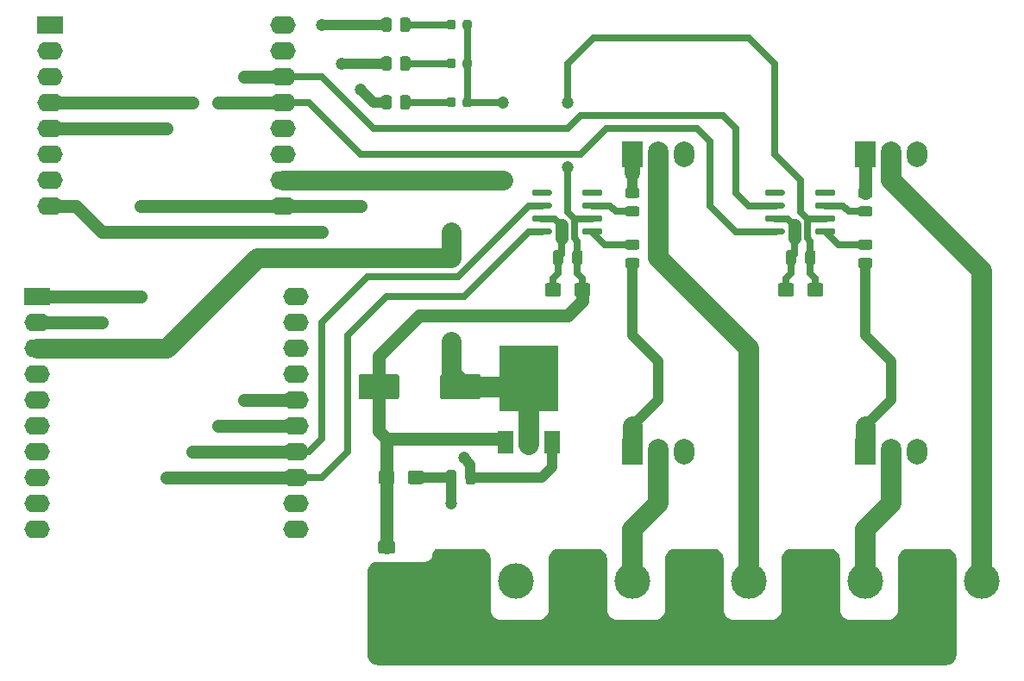
<source format=gbr>
G04 #@! TF.GenerationSoftware,KiCad,Pcbnew,(5.1.10)-1*
G04 #@! TF.CreationDate,2021-10-04T13:56:36-03:00*
G04 #@! TF.ProjectId,ESP-pwm_4ch,4553502d-7077-46d5-9f34-63682e6b6963,rev?*
G04 #@! TF.SameCoordinates,Original*
G04 #@! TF.FileFunction,Copper,L1,Top*
G04 #@! TF.FilePolarity,Positive*
%FSLAX46Y46*%
G04 Gerber Fmt 4.6, Leading zero omitted, Abs format (unit mm)*
G04 Created by KiCad (PCBNEW (5.1.10)-1) date 2021-10-04 13:56:36*
%MOMM*%
%LPD*%
G01*
G04 APERTURE LIST*
G04 #@! TA.AperFunction,SMDPad,CuDef*
%ADD10R,1.600000X2.200000*%
G04 #@! TD*
G04 #@! TA.AperFunction,SMDPad,CuDef*
%ADD11R,5.800000X6.400000*%
G04 #@! TD*
G04 #@! TA.AperFunction,ComponentPad*
%ADD12O,2.500000X1.750000*%
G04 #@! TD*
G04 #@! TA.AperFunction,ComponentPad*
%ADD13R,2.500000X1.750000*%
G04 #@! TD*
G04 #@! TA.AperFunction,ComponentPad*
%ADD14R,3.500000X3.500000*%
G04 #@! TD*
G04 #@! TA.AperFunction,ComponentPad*
%ADD15C,3.500000*%
G04 #@! TD*
G04 #@! TA.AperFunction,ComponentPad*
%ADD16R,2.000000X2.500000*%
G04 #@! TD*
G04 #@! TA.AperFunction,ComponentPad*
%ADD17O,2.000000X2.500000*%
G04 #@! TD*
G04 #@! TA.AperFunction,ViaPad*
%ADD18C,1.200000*%
G04 #@! TD*
G04 #@! TA.AperFunction,Conductor*
%ADD19C,0.635000*%
G04 #@! TD*
G04 #@! TA.AperFunction,Conductor*
%ADD20C,1.016000*%
G04 #@! TD*
G04 #@! TA.AperFunction,Conductor*
%ADD21C,1.270000*%
G04 #@! TD*
G04 #@! TA.AperFunction,Conductor*
%ADD22C,1.905000*%
G04 #@! TD*
G04 #@! TA.AperFunction,Conductor*
%ADD23C,2.032000*%
G04 #@! TD*
G04 #@! TA.AperFunction,Conductor*
%ADD24C,3.810000*%
G04 #@! TD*
G04 #@! TA.AperFunction,Conductor*
%ADD25C,1.524000*%
G04 #@! TD*
G04 #@! TA.AperFunction,Conductor*
%ADD26C,0.254000*%
G04 #@! TD*
G04 #@! TA.AperFunction,Conductor*
%ADD27C,0.100000*%
G04 #@! TD*
G04 APERTURE END LIST*
G04 #@! TO.P,C3,1*
G04 #@! TO.N,+5V*
G04 #@! TA.AperFunction,SMDPad,CuDef*
G36*
G01*
X111620000Y-111285000D02*
X111620000Y-112235000D01*
G75*
G02*
X111370000Y-112485000I-250000J0D01*
G01*
X110870000Y-112485000D01*
G75*
G02*
X110620000Y-112235000I0J250000D01*
G01*
X110620000Y-111285000D01*
G75*
G02*
X110870000Y-111035000I250000J0D01*
G01*
X111370000Y-111035000D01*
G75*
G02*
X111620000Y-111285000I0J-250000D01*
G01*
G37*
G04 #@! TD.AperFunction*
G04 #@! TO.P,C3,2*
G04 #@! TO.N,GNDREF*
G04 #@! TA.AperFunction,SMDPad,CuDef*
G36*
G01*
X109720000Y-111285000D02*
X109720000Y-112235000D01*
G75*
G02*
X109470000Y-112485000I-250000J0D01*
G01*
X108970000Y-112485000D01*
G75*
G02*
X108720000Y-112235000I0J250000D01*
G01*
X108720000Y-111285000D01*
G75*
G02*
X108970000Y-111035000I250000J0D01*
G01*
X109470000Y-111035000D01*
G75*
G02*
X109720000Y-111285000I0J-250000D01*
G01*
G37*
G04 #@! TD.AperFunction*
G04 #@! TD*
G04 #@! TO.P,C6,1*
G04 #@! TO.N,+12VA*
G04 #@! TA.AperFunction,SMDPad,CuDef*
G36*
G01*
X144960000Y-89695000D02*
X144960000Y-90645000D01*
G75*
G02*
X144710000Y-90895000I-250000J0D01*
G01*
X144210000Y-90895000D01*
G75*
G02*
X143960000Y-90645000I0J250000D01*
G01*
X143960000Y-89695000D01*
G75*
G02*
X144210000Y-89445000I250000J0D01*
G01*
X144710000Y-89445000D01*
G75*
G02*
X144960000Y-89695000I0J-250000D01*
G01*
G37*
G04 #@! TD.AperFunction*
G04 #@! TO.P,C6,2*
G04 #@! TO.N,GNDREF*
G04 #@! TA.AperFunction,SMDPad,CuDef*
G36*
G01*
X143060000Y-89695000D02*
X143060000Y-90645000D01*
G75*
G02*
X142810000Y-90895000I-250000J0D01*
G01*
X142310000Y-90895000D01*
G75*
G02*
X142060000Y-90645000I0J250000D01*
G01*
X142060000Y-89695000D01*
G75*
G02*
X142310000Y-89445000I250000J0D01*
G01*
X142810000Y-89445000D01*
G75*
G02*
X143060000Y-89695000I0J-250000D01*
G01*
G37*
G04 #@! TD.AperFunction*
G04 #@! TD*
G04 #@! TO.P,C4,1*
G04 #@! TO.N,+12VA*
G04 #@! TA.AperFunction,SMDPad,CuDef*
G36*
G01*
X122100000Y-89695000D02*
X122100000Y-90645000D01*
G75*
G02*
X121850000Y-90895000I-250000J0D01*
G01*
X121350000Y-90895000D01*
G75*
G02*
X121100000Y-90645000I0J250000D01*
G01*
X121100000Y-89695000D01*
G75*
G02*
X121350000Y-89445000I250000J0D01*
G01*
X121850000Y-89445000D01*
G75*
G02*
X122100000Y-89695000I0J-250000D01*
G01*
G37*
G04 #@! TD.AperFunction*
G04 #@! TO.P,C4,2*
G04 #@! TO.N,GNDREF*
G04 #@! TA.AperFunction,SMDPad,CuDef*
G36*
G01*
X120200000Y-89695000D02*
X120200000Y-90645000D01*
G75*
G02*
X119950000Y-90895000I-250000J0D01*
G01*
X119450000Y-90895000D01*
G75*
G02*
X119200000Y-90645000I0J250000D01*
G01*
X119200000Y-89695000D01*
G75*
G02*
X119450000Y-89445000I250000J0D01*
G01*
X119950000Y-89445000D01*
G75*
G02*
X120200000Y-89695000I0J-250000D01*
G01*
G37*
G04 #@! TD.AperFunction*
G04 #@! TD*
G04 #@! TO.P,R7,1*
G04 #@! TO.N,Net-(Q4-Pad1)*
G04 #@! TA.AperFunction,SMDPad,CuDef*
G36*
G01*
X149409999Y-83307500D02*
X150310001Y-83307500D01*
G75*
G02*
X150560000Y-83557499I0J-249999D01*
G01*
X150560000Y-84082501D01*
G75*
G02*
X150310001Y-84332500I-249999J0D01*
G01*
X149409999Y-84332500D01*
G75*
G02*
X149160000Y-84082501I0J249999D01*
G01*
X149160000Y-83557499D01*
G75*
G02*
X149409999Y-83307500I249999J0D01*
G01*
G37*
G04 #@! TD.AperFunction*
G04 #@! TO.P,R7,2*
G04 #@! TO.N,Net-(R7-Pad2)*
G04 #@! TA.AperFunction,SMDPad,CuDef*
G36*
G01*
X149409999Y-85132500D02*
X150310001Y-85132500D01*
G75*
G02*
X150560000Y-85382499I0J-249999D01*
G01*
X150560000Y-85907501D01*
G75*
G02*
X150310001Y-86157500I-249999J0D01*
G01*
X149409999Y-86157500D01*
G75*
G02*
X149160000Y-85907501I0J249999D01*
G01*
X149160000Y-85382499D01*
G75*
G02*
X149409999Y-85132500I249999J0D01*
G01*
G37*
G04 #@! TD.AperFunction*
G04 #@! TD*
G04 #@! TO.P,R5,1*
G04 #@! TO.N,Net-(Q2-Pad1)*
G04 #@! TA.AperFunction,SMDPad,CuDef*
G36*
G01*
X126549999Y-83307500D02*
X127450001Y-83307500D01*
G75*
G02*
X127700000Y-83557499I0J-249999D01*
G01*
X127700000Y-84082501D01*
G75*
G02*
X127450001Y-84332500I-249999J0D01*
G01*
X126549999Y-84332500D01*
G75*
G02*
X126300000Y-84082501I0J249999D01*
G01*
X126300000Y-83557499D01*
G75*
G02*
X126549999Y-83307500I249999J0D01*
G01*
G37*
G04 #@! TD.AperFunction*
G04 #@! TO.P,R5,2*
G04 #@! TO.N,Net-(R5-Pad2)*
G04 #@! TA.AperFunction,SMDPad,CuDef*
G36*
G01*
X126549999Y-85132500D02*
X127450001Y-85132500D01*
G75*
G02*
X127700000Y-85382499I0J-249999D01*
G01*
X127700000Y-85907501D01*
G75*
G02*
X127450001Y-86157500I-249999J0D01*
G01*
X126549999Y-86157500D01*
G75*
G02*
X126300000Y-85907501I0J249999D01*
G01*
X126300000Y-85382499D01*
G75*
G02*
X126549999Y-85132500I249999J0D01*
G01*
G37*
G04 #@! TD.AperFunction*
G04 #@! TD*
G04 #@! TO.P,R6,1*
G04 #@! TO.N,Net-(Q3-Pad1)*
G04 #@! TA.AperFunction,SMDPad,CuDef*
G36*
G01*
X150310001Y-91237500D02*
X149409999Y-91237500D01*
G75*
G02*
X149160000Y-90987501I0J249999D01*
G01*
X149160000Y-90462499D01*
G75*
G02*
X149409999Y-90212500I249999J0D01*
G01*
X150310001Y-90212500D01*
G75*
G02*
X150560000Y-90462499I0J-249999D01*
G01*
X150560000Y-90987501D01*
G75*
G02*
X150310001Y-91237500I-249999J0D01*
G01*
G37*
G04 #@! TD.AperFunction*
G04 #@! TO.P,R6,2*
G04 #@! TO.N,Net-(R6-Pad2)*
G04 #@! TA.AperFunction,SMDPad,CuDef*
G36*
G01*
X150310001Y-89412500D02*
X149409999Y-89412500D01*
G75*
G02*
X149160000Y-89162501I0J249999D01*
G01*
X149160000Y-88637499D01*
G75*
G02*
X149409999Y-88387500I249999J0D01*
G01*
X150310001Y-88387500D01*
G75*
G02*
X150560000Y-88637499I0J-249999D01*
G01*
X150560000Y-89162501D01*
G75*
G02*
X150310001Y-89412500I-249999J0D01*
G01*
G37*
G04 #@! TD.AperFunction*
G04 #@! TD*
G04 #@! TO.P,R4,1*
G04 #@! TO.N,Net-(Q1-Pad1)*
G04 #@! TA.AperFunction,SMDPad,CuDef*
G36*
G01*
X127450001Y-91237500D02*
X126549999Y-91237500D01*
G75*
G02*
X126300000Y-90987501I0J249999D01*
G01*
X126300000Y-90462499D01*
G75*
G02*
X126549999Y-90212500I249999J0D01*
G01*
X127450001Y-90212500D01*
G75*
G02*
X127700000Y-90462499I0J-249999D01*
G01*
X127700000Y-90987501D01*
G75*
G02*
X127450001Y-91237500I-249999J0D01*
G01*
G37*
G04 #@! TD.AperFunction*
G04 #@! TO.P,R4,2*
G04 #@! TO.N,Net-(R4-Pad2)*
G04 #@! TA.AperFunction,SMDPad,CuDef*
G36*
G01*
X127450001Y-89412500D02*
X126549999Y-89412500D01*
G75*
G02*
X126300000Y-89162501I0J249999D01*
G01*
X126300000Y-88637499D01*
G75*
G02*
X126549999Y-88387500I249999J0D01*
G01*
X127450001Y-88387500D01*
G75*
G02*
X127700000Y-88637499I0J-249999D01*
G01*
X127700000Y-89162501D01*
G75*
G02*
X127450001Y-89412500I-249999J0D01*
G01*
G37*
G04 #@! TD.AperFunction*
G04 #@! TD*
G04 #@! TO.P,D1,2*
G04 #@! TO.N,+12V*
G04 #@! TA.AperFunction,SMDPad,CuDef*
G36*
G01*
X102320000Y-121270000D02*
X103420000Y-121270000D01*
G75*
G02*
X103745000Y-121595000I0J-325000D01*
G01*
X103745000Y-122245000D01*
G75*
G02*
X103420000Y-122570000I-325000J0D01*
G01*
X102320000Y-122570000D01*
G75*
G02*
X101995000Y-122245000I0J325000D01*
G01*
X101995000Y-121595000D01*
G75*
G02*
X102320000Y-121270000I325000J0D01*
G01*
G37*
G04 #@! TD.AperFunction*
G04 #@! TO.P,D1,1*
G04 #@! TO.N,+12VA*
G04 #@! TA.AperFunction,SMDPad,CuDef*
G36*
G01*
X102320000Y-117970000D02*
X103420000Y-117970000D01*
G75*
G02*
X103745000Y-118295000I0J-325000D01*
G01*
X103745000Y-118945000D01*
G75*
G02*
X103420000Y-119270000I-325000J0D01*
G01*
X102320000Y-119270000D01*
G75*
G02*
X101995000Y-118945000I0J325000D01*
G01*
X101995000Y-118295000D01*
G75*
G02*
X102320000Y-117970000I325000J0D01*
G01*
G37*
G04 #@! TD.AperFunction*
G04 #@! TD*
G04 #@! TO.P,D4,2*
G04 #@! TO.N,Net-(D4-Pad2)*
G04 #@! TA.AperFunction,SMDPad,CuDef*
G36*
G01*
X109657500Y-70863750D02*
X109657500Y-71376250D01*
G75*
G02*
X109438750Y-71595000I-218750J0D01*
G01*
X109001250Y-71595000D01*
G75*
G02*
X108782500Y-71376250I0J218750D01*
G01*
X108782500Y-70863750D01*
G75*
G02*
X109001250Y-70645000I218750J0D01*
G01*
X109438750Y-70645000D01*
G75*
G02*
X109657500Y-70863750I0J-218750D01*
G01*
G37*
G04 #@! TD.AperFunction*
G04 #@! TO.P,D4,1*
G04 #@! TO.N,GNDREF*
G04 #@! TA.AperFunction,SMDPad,CuDef*
G36*
G01*
X111232500Y-70863750D02*
X111232500Y-71376250D01*
G75*
G02*
X111013750Y-71595000I-218750J0D01*
G01*
X110576250Y-71595000D01*
G75*
G02*
X110357500Y-71376250I0J218750D01*
G01*
X110357500Y-70863750D01*
G75*
G02*
X110576250Y-70645000I218750J0D01*
G01*
X111013750Y-70645000D01*
G75*
G02*
X111232500Y-70863750I0J-218750D01*
G01*
G37*
G04 #@! TD.AperFunction*
G04 #@! TD*
G04 #@! TO.P,D3,2*
G04 #@! TO.N,Net-(D3-Pad2)*
G04 #@! TA.AperFunction,SMDPad,CuDef*
G36*
G01*
X109657500Y-74673750D02*
X109657500Y-75186250D01*
G75*
G02*
X109438750Y-75405000I-218750J0D01*
G01*
X109001250Y-75405000D01*
G75*
G02*
X108782500Y-75186250I0J218750D01*
G01*
X108782500Y-74673750D01*
G75*
G02*
X109001250Y-74455000I218750J0D01*
G01*
X109438750Y-74455000D01*
G75*
G02*
X109657500Y-74673750I0J-218750D01*
G01*
G37*
G04 #@! TD.AperFunction*
G04 #@! TO.P,D3,1*
G04 #@! TO.N,GNDREF*
G04 #@! TA.AperFunction,SMDPad,CuDef*
G36*
G01*
X111232500Y-74673750D02*
X111232500Y-75186250D01*
G75*
G02*
X111013750Y-75405000I-218750J0D01*
G01*
X110576250Y-75405000D01*
G75*
G02*
X110357500Y-75186250I0J218750D01*
G01*
X110357500Y-74673750D01*
G75*
G02*
X110576250Y-74455000I218750J0D01*
G01*
X111013750Y-74455000D01*
G75*
G02*
X111232500Y-74673750I0J-218750D01*
G01*
G37*
G04 #@! TD.AperFunction*
G04 #@! TD*
G04 #@! TO.P,D2,2*
G04 #@! TO.N,Net-(D2-Pad2)*
G04 #@! TA.AperFunction,SMDPad,CuDef*
G36*
G01*
X109657500Y-67053750D02*
X109657500Y-67566250D01*
G75*
G02*
X109438750Y-67785000I-218750J0D01*
G01*
X109001250Y-67785000D01*
G75*
G02*
X108782500Y-67566250I0J218750D01*
G01*
X108782500Y-67053750D01*
G75*
G02*
X109001250Y-66835000I218750J0D01*
G01*
X109438750Y-66835000D01*
G75*
G02*
X109657500Y-67053750I0J-218750D01*
G01*
G37*
G04 #@! TD.AperFunction*
G04 #@! TO.P,D2,1*
G04 #@! TO.N,GNDREF*
G04 #@! TA.AperFunction,SMDPad,CuDef*
G36*
G01*
X111232500Y-67053750D02*
X111232500Y-67566250D01*
G75*
G02*
X111013750Y-67785000I-218750J0D01*
G01*
X110576250Y-67785000D01*
G75*
G02*
X110357500Y-67566250I0J218750D01*
G01*
X110357500Y-67053750D01*
G75*
G02*
X110576250Y-66835000I218750J0D01*
G01*
X111013750Y-66835000D01*
G75*
G02*
X111232500Y-67053750I0J-218750D01*
G01*
G37*
G04 #@! TD.AperFunction*
G04 #@! TD*
G04 #@! TO.P,R3,1*
G04 #@! TO.N,+3V3*
G04 #@! TA.AperFunction,SMDPad,CuDef*
G36*
G01*
X102357500Y-67760001D02*
X102357500Y-66859999D01*
G75*
G02*
X102607499Y-66610000I249999J0D01*
G01*
X103132501Y-66610000D01*
G75*
G02*
X103382500Y-66859999I0J-249999D01*
G01*
X103382500Y-67760001D01*
G75*
G02*
X103132501Y-68010000I-249999J0D01*
G01*
X102607499Y-68010000D01*
G75*
G02*
X102357500Y-67760001I0J249999D01*
G01*
G37*
G04 #@! TD.AperFunction*
G04 #@! TO.P,R3,2*
G04 #@! TO.N,Net-(D2-Pad2)*
G04 #@! TA.AperFunction,SMDPad,CuDef*
G36*
G01*
X104182500Y-67760001D02*
X104182500Y-66859999D01*
G75*
G02*
X104432499Y-66610000I249999J0D01*
G01*
X104957501Y-66610000D01*
G75*
G02*
X105207500Y-66859999I0J-249999D01*
G01*
X105207500Y-67760001D01*
G75*
G02*
X104957501Y-68010000I-249999J0D01*
G01*
X104432499Y-68010000D01*
G75*
G02*
X104182500Y-67760001I0J249999D01*
G01*
G37*
G04 #@! TD.AperFunction*
G04 #@! TD*
G04 #@! TO.P,R2,1*
G04 #@! TO.N,+5V*
G04 #@! TA.AperFunction,SMDPad,CuDef*
G36*
G01*
X102357500Y-71570001D02*
X102357500Y-70669999D01*
G75*
G02*
X102607499Y-70420000I249999J0D01*
G01*
X103132501Y-70420000D01*
G75*
G02*
X103382500Y-70669999I0J-249999D01*
G01*
X103382500Y-71570001D01*
G75*
G02*
X103132501Y-71820000I-249999J0D01*
G01*
X102607499Y-71820000D01*
G75*
G02*
X102357500Y-71570001I0J249999D01*
G01*
G37*
G04 #@! TD.AperFunction*
G04 #@! TO.P,R2,2*
G04 #@! TO.N,Net-(D4-Pad2)*
G04 #@! TA.AperFunction,SMDPad,CuDef*
G36*
G01*
X104182500Y-71570001D02*
X104182500Y-70669999D01*
G75*
G02*
X104432499Y-70420000I249999J0D01*
G01*
X104957501Y-70420000D01*
G75*
G02*
X105207500Y-70669999I0J-249999D01*
G01*
X105207500Y-71570001D01*
G75*
G02*
X104957501Y-71820000I-249999J0D01*
G01*
X104432499Y-71820000D01*
G75*
G02*
X104182500Y-71570001I0J249999D01*
G01*
G37*
G04 #@! TD.AperFunction*
G04 #@! TD*
G04 #@! TO.P,R1,1*
G04 #@! TO.N,+12VA*
G04 #@! TA.AperFunction,SMDPad,CuDef*
G36*
G01*
X102357500Y-75380001D02*
X102357500Y-74479999D01*
G75*
G02*
X102607499Y-74230000I249999J0D01*
G01*
X103132501Y-74230000D01*
G75*
G02*
X103382500Y-74479999I0J-249999D01*
G01*
X103382500Y-75380001D01*
G75*
G02*
X103132501Y-75630000I-249999J0D01*
G01*
X102607499Y-75630000D01*
G75*
G02*
X102357500Y-75380001I0J249999D01*
G01*
G37*
G04 #@! TD.AperFunction*
G04 #@! TO.P,R1,2*
G04 #@! TO.N,Net-(D3-Pad2)*
G04 #@! TA.AperFunction,SMDPad,CuDef*
G36*
G01*
X104182500Y-75380001D02*
X104182500Y-74479999D01*
G75*
G02*
X104432499Y-74230000I249999J0D01*
G01*
X104957501Y-74230000D01*
G75*
G02*
X105207500Y-74479999I0J-249999D01*
G01*
X105207500Y-75380001D01*
G75*
G02*
X104957501Y-75630000I-249999J0D01*
G01*
X104432499Y-75630000D01*
G75*
G02*
X104182500Y-75380001I0J249999D01*
G01*
G37*
G04 #@! TD.AperFunction*
G04 #@! TD*
D10*
G04 #@! TO.P,U1,1*
G04 #@! TO.N,+12VA*
X114560000Y-108340000D03*
G04 #@! TO.P,U1,3*
G04 #@! TO.N,+5V*
X119120000Y-108340000D03*
D11*
G04 #@! TO.P,U1,2*
G04 #@! TO.N,GNDREF*
X116840000Y-102040000D03*
G04 #@! TD*
G04 #@! TO.P,C7,2*
G04 #@! TO.N,GNDREF*
G04 #@! TA.AperFunction,SMDPad,CuDef*
G36*
G01*
X142860000Y-92919999D02*
X142860000Y-93770001D01*
G75*
G02*
X142610001Y-94020000I-249999J0D01*
G01*
X141534999Y-94020000D01*
G75*
G02*
X141285000Y-93770001I0J249999D01*
G01*
X141285000Y-92919999D01*
G75*
G02*
X141534999Y-92670000I249999J0D01*
G01*
X142610001Y-92670000D01*
G75*
G02*
X142860000Y-92919999I0J-249999D01*
G01*
G37*
G04 #@! TD.AperFunction*
G04 #@! TO.P,C7,1*
G04 #@! TO.N,+12VA*
G04 #@! TA.AperFunction,SMDPad,CuDef*
G36*
G01*
X145735000Y-92919999D02*
X145735000Y-93770001D01*
G75*
G02*
X145485001Y-94020000I-249999J0D01*
G01*
X144409999Y-94020000D01*
G75*
G02*
X144160000Y-93770001I0J249999D01*
G01*
X144160000Y-92919999D01*
G75*
G02*
X144409999Y-92670000I249999J0D01*
G01*
X145485001Y-92670000D01*
G75*
G02*
X145735000Y-92919999I0J-249999D01*
G01*
G37*
G04 #@! TD.AperFunction*
G04 #@! TD*
G04 #@! TO.P,C5,2*
G04 #@! TO.N,GNDREF*
G04 #@! TA.AperFunction,SMDPad,CuDef*
G36*
G01*
X120000000Y-92919999D02*
X120000000Y-93770001D01*
G75*
G02*
X119750001Y-94020000I-249999J0D01*
G01*
X118674999Y-94020000D01*
G75*
G02*
X118425000Y-93770001I0J249999D01*
G01*
X118425000Y-92919999D01*
G75*
G02*
X118674999Y-92670000I249999J0D01*
G01*
X119750001Y-92670000D01*
G75*
G02*
X120000000Y-92919999I0J-249999D01*
G01*
G37*
G04 #@! TD.AperFunction*
G04 #@! TO.P,C5,1*
G04 #@! TO.N,+12VA*
G04 #@! TA.AperFunction,SMDPad,CuDef*
G36*
G01*
X122875000Y-92919999D02*
X122875000Y-93770001D01*
G75*
G02*
X122625001Y-94020000I-249999J0D01*
G01*
X121549999Y-94020000D01*
G75*
G02*
X121300000Y-93770001I0J249999D01*
G01*
X121300000Y-92919999D01*
G75*
G02*
X121549999Y-92670000I249999J0D01*
G01*
X122625001Y-92670000D01*
G75*
G02*
X122875000Y-92919999I0J-249999D01*
G01*
G37*
G04 #@! TD.AperFunction*
G04 #@! TD*
G04 #@! TO.P,C1,2*
G04 #@! TO.N,GNDREF*
G04 #@! TA.AperFunction,SMDPad,CuDef*
G36*
G01*
X108120000Y-103870000D02*
X108120000Y-101870000D01*
G75*
G02*
X108370000Y-101620000I250000J0D01*
G01*
X111870000Y-101620000D01*
G75*
G02*
X112120000Y-101870000I0J-250000D01*
G01*
X112120000Y-103870000D01*
G75*
G02*
X111870000Y-104120000I-250000J0D01*
G01*
X108370000Y-104120000D01*
G75*
G02*
X108120000Y-103870000I0J250000D01*
G01*
G37*
G04 #@! TD.AperFunction*
G04 #@! TO.P,C1,1*
G04 #@! TO.N,+12VA*
G04 #@! TA.AperFunction,SMDPad,CuDef*
G36*
G01*
X100120000Y-103870000D02*
X100120000Y-101870000D01*
G75*
G02*
X100370000Y-101620000I250000J0D01*
G01*
X103870000Y-101620000D01*
G75*
G02*
X104120000Y-101870000I0J-250000D01*
G01*
X104120000Y-103870000D01*
G75*
G02*
X103870000Y-104120000I-250000J0D01*
G01*
X100370000Y-104120000D01*
G75*
G02*
X100120000Y-103870000I0J250000D01*
G01*
G37*
G04 #@! TD.AperFunction*
G04 #@! TD*
D12*
G04 #@! TO.P,U2,16*
G04 #@! TO.N,Net-(U2-Pad16)*
X92710000Y-67310000D03*
G04 #@! TO.P,U2,15*
G04 #@! TO.N,Net-(U2-Pad15)*
X92710000Y-69850000D03*
G04 #@! TO.P,U2,14*
G04 #@! TO.N,Net-(U2-Pad14)*
X92710000Y-72390000D03*
G04 #@! TO.P,U2,13*
G04 #@! TO.N,Net-(U2-Pad13)*
X92710000Y-74930000D03*
G04 #@! TO.P,U2,12*
G04 #@! TO.N,Net-(U2-Pad12)*
X92710000Y-77470000D03*
G04 #@! TO.P,U2,11*
G04 #@! TO.N,Net-(U2-Pad11)*
X92710000Y-80010000D03*
G04 #@! TO.P,U2,10*
G04 #@! TO.N,GNDREF*
X92710000Y-82550000D03*
G04 #@! TO.P,U2,9*
G04 #@! TO.N,+5V*
X92710000Y-85090000D03*
G04 #@! TO.P,U2,8*
G04 #@! TO.N,+3V3*
X69850000Y-85090000D03*
G04 #@! TO.P,U2,7*
G04 #@! TO.N,Net-(U2-Pad7)*
X69850000Y-82550000D03*
G04 #@! TO.P,U2,6*
G04 #@! TO.N,Net-(U2-Pad6)*
X69850000Y-80010000D03*
G04 #@! TO.P,U2,5*
G04 #@! TO.N,Net-(U2-Pad5)*
X69850000Y-77470000D03*
G04 #@! TO.P,U2,4*
G04 #@! TO.N,Net-(U2-Pad4)*
X69850000Y-74930000D03*
G04 #@! TO.P,U2,3*
G04 #@! TO.N,Net-(U2-Pad3)*
X69850000Y-72390000D03*
D13*
G04 #@! TO.P,U2,1*
G04 #@! TO.N,Net-(U2-Pad1)*
X69850000Y-67310000D03*
D12*
G04 #@! TO.P,U2,2*
G04 #@! TO.N,Net-(U2-Pad2)*
X69850000Y-69850000D03*
G04 #@! TD*
G04 #@! TO.P,U3,17*
G04 #@! TO.N,Net-(U3-Pad17)*
X93980000Y-101600000D03*
G04 #@! TO.P,U3,18*
G04 #@! TO.N,Net-(U3-Pad18)*
X93980000Y-99060000D03*
G04 #@! TO.P,U3,10*
G04 #@! TO.N,Net-(U3-Pad10)*
X68580000Y-116840000D03*
G04 #@! TO.P,U3,9*
G04 #@! TO.N,Net-(U3-Pad9)*
X68580000Y-114300000D03*
G04 #@! TO.P,U3,16*
G04 #@! TO.N,Net-(U2-Pad14)*
X93980000Y-104140000D03*
G04 #@! TO.P,U3,15*
G04 #@! TO.N,Net-(U2-Pad13)*
X93980000Y-106680000D03*
G04 #@! TO.P,U3,14*
G04 #@! TO.N,Net-(U2-Pad4)*
X93980000Y-109220000D03*
G04 #@! TO.P,U3,13*
G04 #@! TO.N,Net-(U2-Pad5)*
X93980000Y-111760000D03*
G04 #@! TO.P,U3,12*
G04 #@! TO.N,Net-(U3-Pad12)*
X93980000Y-114300000D03*
G04 #@! TO.P,U3,11*
G04 #@! TO.N,Net-(U3-Pad11)*
X93980000Y-116840000D03*
G04 #@! TO.P,U3,20*
G04 #@! TO.N,Net-(U3-Pad20)*
X93980000Y-93980000D03*
G04 #@! TO.P,U3,19*
G04 #@! TO.N,Net-(U3-Pad19)*
X93980000Y-96520000D03*
G04 #@! TO.P,U3,8*
G04 #@! TO.N,Net-(U3-Pad8)*
X68580000Y-111760000D03*
G04 #@! TO.P,U3,7*
G04 #@! TO.N,Net-(U3-Pad7)*
X68580000Y-109220000D03*
G04 #@! TO.P,U3,6*
G04 #@! TO.N,Net-(U3-Pad6)*
X68580000Y-106680000D03*
G04 #@! TO.P,U3,5*
G04 #@! TO.N,Net-(U3-Pad5)*
X68580000Y-104140000D03*
G04 #@! TO.P,U3,4*
G04 #@! TO.N,Net-(U3-Pad4)*
X68580000Y-101600000D03*
G04 #@! TO.P,U3,3*
G04 #@! TO.N,GNDREF*
X68580000Y-99060000D03*
D13*
G04 #@! TO.P,U3,1*
G04 #@! TO.N,+5V*
X68580000Y-93980000D03*
D12*
G04 #@! TO.P,U3,2*
G04 #@! TO.N,+3V3*
X68580000Y-96520000D03*
G04 #@! TD*
D14*
G04 #@! TO.P,J1,1*
G04 #@! TO.N,+12V*
X110490000Y-121920000D03*
D15*
G04 #@! TO.P,J1,2*
G04 #@! TO.N,GNDREF*
X115570000Y-121920000D03*
G04 #@! TD*
D14*
G04 #@! TO.P,J2,1*
G04 #@! TO.N,+12V*
X121920000Y-121920000D03*
D15*
G04 #@! TO.P,J2,2*
G04 #@! TO.N,Net-(J2-Pad2)*
X127000000Y-121920000D03*
G04 #@! TD*
G04 #@! TO.P,J3,2*
G04 #@! TO.N,Net-(J3-Pad2)*
X138430000Y-121920000D03*
D14*
G04 #@! TO.P,J3,1*
G04 #@! TO.N,+12V*
X133350000Y-121920000D03*
G04 #@! TD*
G04 #@! TO.P,J4,1*
G04 #@! TO.N,+12V*
X144780000Y-121920000D03*
D15*
G04 #@! TO.P,J4,2*
G04 #@! TO.N,Net-(J4-Pad2)*
X149860000Y-121920000D03*
G04 #@! TD*
G04 #@! TO.P,J5,2*
G04 #@! TO.N,Net-(J5-Pad2)*
X161290000Y-121920000D03*
D14*
G04 #@! TO.P,J5,1*
G04 #@! TO.N,+12V*
X156210000Y-121920000D03*
G04 #@! TD*
D16*
G04 #@! TO.P,Q1,1*
G04 #@! TO.N,Net-(Q1-Pad1)*
X127000000Y-109220000D03*
D17*
G04 #@! TO.P,Q1,2*
G04 #@! TO.N,Net-(J2-Pad2)*
X129540000Y-109220000D03*
G04 #@! TO.P,Q1,3*
G04 #@! TO.N,GNDREF*
X132080000Y-109220000D03*
G04 #@! TD*
G04 #@! TO.P,Q2,3*
G04 #@! TO.N,GNDREF*
X132080000Y-80010000D03*
G04 #@! TO.P,Q2,2*
G04 #@! TO.N,Net-(J3-Pad2)*
X129540000Y-80010000D03*
D16*
G04 #@! TO.P,Q2,1*
G04 #@! TO.N,Net-(Q2-Pad1)*
X127000000Y-80010000D03*
G04 #@! TD*
D17*
G04 #@! TO.P,Q3,3*
G04 #@! TO.N,GNDREF*
X154940000Y-109220000D03*
G04 #@! TO.P,Q3,2*
G04 #@! TO.N,Net-(J4-Pad2)*
X152400000Y-109220000D03*
D16*
G04 #@! TO.P,Q3,1*
G04 #@! TO.N,Net-(Q3-Pad1)*
X149860000Y-109220000D03*
G04 #@! TD*
G04 #@! TO.P,Q4,1*
G04 #@! TO.N,Net-(Q4-Pad1)*
X149860000Y-80010000D03*
D17*
G04 #@! TO.P,Q4,2*
G04 #@! TO.N,Net-(J5-Pad2)*
X152400000Y-80010000D03*
G04 #@! TO.P,Q4,3*
G04 #@! TO.N,GNDREF*
X154940000Y-80010000D03*
G04 #@! TD*
G04 #@! TO.P,U4,8*
G04 #@! TO.N,Net-(U4-Pad8)*
G04 #@! TA.AperFunction,SMDPad,CuDef*
G36*
G01*
X122085000Y-83970000D02*
X122085000Y-83670000D01*
G75*
G02*
X122235000Y-83520000I150000J0D01*
G01*
X123885000Y-83520000D01*
G75*
G02*
X124035000Y-83670000I0J-150000D01*
G01*
X124035000Y-83970000D01*
G75*
G02*
X123885000Y-84120000I-150000J0D01*
G01*
X122235000Y-84120000D01*
G75*
G02*
X122085000Y-83970000I0J150000D01*
G01*
G37*
G04 #@! TD.AperFunction*
G04 #@! TO.P,U4,7*
G04 #@! TO.N,Net-(R5-Pad2)*
G04 #@! TA.AperFunction,SMDPad,CuDef*
G36*
G01*
X122085000Y-85240000D02*
X122085000Y-84940000D01*
G75*
G02*
X122235000Y-84790000I150000J0D01*
G01*
X123885000Y-84790000D01*
G75*
G02*
X124035000Y-84940000I0J-150000D01*
G01*
X124035000Y-85240000D01*
G75*
G02*
X123885000Y-85390000I-150000J0D01*
G01*
X122235000Y-85390000D01*
G75*
G02*
X122085000Y-85240000I0J150000D01*
G01*
G37*
G04 #@! TD.AperFunction*
G04 #@! TO.P,U4,6*
G04 #@! TO.N,+12VA*
G04 #@! TA.AperFunction,SMDPad,CuDef*
G36*
G01*
X122085000Y-86510000D02*
X122085000Y-86210000D01*
G75*
G02*
X122235000Y-86060000I150000J0D01*
G01*
X123885000Y-86060000D01*
G75*
G02*
X124035000Y-86210000I0J-150000D01*
G01*
X124035000Y-86510000D01*
G75*
G02*
X123885000Y-86660000I-150000J0D01*
G01*
X122235000Y-86660000D01*
G75*
G02*
X122085000Y-86510000I0J150000D01*
G01*
G37*
G04 #@! TD.AperFunction*
G04 #@! TO.P,U4,5*
G04 #@! TO.N,Net-(R4-Pad2)*
G04 #@! TA.AperFunction,SMDPad,CuDef*
G36*
G01*
X122085000Y-87780000D02*
X122085000Y-87480000D01*
G75*
G02*
X122235000Y-87330000I150000J0D01*
G01*
X123885000Y-87330000D01*
G75*
G02*
X124035000Y-87480000I0J-150000D01*
G01*
X124035000Y-87780000D01*
G75*
G02*
X123885000Y-87930000I-150000J0D01*
G01*
X122235000Y-87930000D01*
G75*
G02*
X122085000Y-87780000I0J150000D01*
G01*
G37*
G04 #@! TD.AperFunction*
G04 #@! TO.P,U4,4*
G04 #@! TO.N,Net-(U2-Pad5)*
G04 #@! TA.AperFunction,SMDPad,CuDef*
G36*
G01*
X117135000Y-87780000D02*
X117135000Y-87480000D01*
G75*
G02*
X117285000Y-87330000I150000J0D01*
G01*
X118935000Y-87330000D01*
G75*
G02*
X119085000Y-87480000I0J-150000D01*
G01*
X119085000Y-87780000D01*
G75*
G02*
X118935000Y-87930000I-150000J0D01*
G01*
X117285000Y-87930000D01*
G75*
G02*
X117135000Y-87780000I0J150000D01*
G01*
G37*
G04 #@! TD.AperFunction*
G04 #@! TO.P,U4,3*
G04 #@! TO.N,GNDREF*
G04 #@! TA.AperFunction,SMDPad,CuDef*
G36*
G01*
X117135000Y-86510000D02*
X117135000Y-86210000D01*
G75*
G02*
X117285000Y-86060000I150000J0D01*
G01*
X118935000Y-86060000D01*
G75*
G02*
X119085000Y-86210000I0J-150000D01*
G01*
X119085000Y-86510000D01*
G75*
G02*
X118935000Y-86660000I-150000J0D01*
G01*
X117285000Y-86660000D01*
G75*
G02*
X117135000Y-86510000I0J150000D01*
G01*
G37*
G04 #@! TD.AperFunction*
G04 #@! TO.P,U4,2*
G04 #@! TO.N,Net-(U2-Pad4)*
G04 #@! TA.AperFunction,SMDPad,CuDef*
G36*
G01*
X117135000Y-85240000D02*
X117135000Y-84940000D01*
G75*
G02*
X117285000Y-84790000I150000J0D01*
G01*
X118935000Y-84790000D01*
G75*
G02*
X119085000Y-84940000I0J-150000D01*
G01*
X119085000Y-85240000D01*
G75*
G02*
X118935000Y-85390000I-150000J0D01*
G01*
X117285000Y-85390000D01*
G75*
G02*
X117135000Y-85240000I0J150000D01*
G01*
G37*
G04 #@! TD.AperFunction*
G04 #@! TO.P,U4,1*
G04 #@! TO.N,Net-(U4-Pad1)*
G04 #@! TA.AperFunction,SMDPad,CuDef*
G36*
G01*
X117135000Y-83970000D02*
X117135000Y-83670000D01*
G75*
G02*
X117285000Y-83520000I150000J0D01*
G01*
X118935000Y-83520000D01*
G75*
G02*
X119085000Y-83670000I0J-150000D01*
G01*
X119085000Y-83970000D01*
G75*
G02*
X118935000Y-84120000I-150000J0D01*
G01*
X117285000Y-84120000D01*
G75*
G02*
X117135000Y-83970000I0J150000D01*
G01*
G37*
G04 #@! TD.AperFunction*
G04 #@! TD*
G04 #@! TO.P,U5,1*
G04 #@! TO.N,Net-(U5-Pad1)*
G04 #@! TA.AperFunction,SMDPad,CuDef*
G36*
G01*
X139995000Y-83970000D02*
X139995000Y-83670000D01*
G75*
G02*
X140145000Y-83520000I150000J0D01*
G01*
X141795000Y-83520000D01*
G75*
G02*
X141945000Y-83670000I0J-150000D01*
G01*
X141945000Y-83970000D01*
G75*
G02*
X141795000Y-84120000I-150000J0D01*
G01*
X140145000Y-84120000D01*
G75*
G02*
X139995000Y-83970000I0J150000D01*
G01*
G37*
G04 #@! TD.AperFunction*
G04 #@! TO.P,U5,2*
G04 #@! TO.N,Net-(U2-Pad14)*
G04 #@! TA.AperFunction,SMDPad,CuDef*
G36*
G01*
X139995000Y-85240000D02*
X139995000Y-84940000D01*
G75*
G02*
X140145000Y-84790000I150000J0D01*
G01*
X141795000Y-84790000D01*
G75*
G02*
X141945000Y-84940000I0J-150000D01*
G01*
X141945000Y-85240000D01*
G75*
G02*
X141795000Y-85390000I-150000J0D01*
G01*
X140145000Y-85390000D01*
G75*
G02*
X139995000Y-85240000I0J150000D01*
G01*
G37*
G04 #@! TD.AperFunction*
G04 #@! TO.P,U5,3*
G04 #@! TO.N,GNDREF*
G04 #@! TA.AperFunction,SMDPad,CuDef*
G36*
G01*
X139995000Y-86510000D02*
X139995000Y-86210000D01*
G75*
G02*
X140145000Y-86060000I150000J0D01*
G01*
X141795000Y-86060000D01*
G75*
G02*
X141945000Y-86210000I0J-150000D01*
G01*
X141945000Y-86510000D01*
G75*
G02*
X141795000Y-86660000I-150000J0D01*
G01*
X140145000Y-86660000D01*
G75*
G02*
X139995000Y-86510000I0J150000D01*
G01*
G37*
G04 #@! TD.AperFunction*
G04 #@! TO.P,U5,4*
G04 #@! TO.N,Net-(U2-Pad13)*
G04 #@! TA.AperFunction,SMDPad,CuDef*
G36*
G01*
X139995000Y-87780000D02*
X139995000Y-87480000D01*
G75*
G02*
X140145000Y-87330000I150000J0D01*
G01*
X141795000Y-87330000D01*
G75*
G02*
X141945000Y-87480000I0J-150000D01*
G01*
X141945000Y-87780000D01*
G75*
G02*
X141795000Y-87930000I-150000J0D01*
G01*
X140145000Y-87930000D01*
G75*
G02*
X139995000Y-87780000I0J150000D01*
G01*
G37*
G04 #@! TD.AperFunction*
G04 #@! TO.P,U5,5*
G04 #@! TO.N,Net-(R6-Pad2)*
G04 #@! TA.AperFunction,SMDPad,CuDef*
G36*
G01*
X144945000Y-87780000D02*
X144945000Y-87480000D01*
G75*
G02*
X145095000Y-87330000I150000J0D01*
G01*
X146745000Y-87330000D01*
G75*
G02*
X146895000Y-87480000I0J-150000D01*
G01*
X146895000Y-87780000D01*
G75*
G02*
X146745000Y-87930000I-150000J0D01*
G01*
X145095000Y-87930000D01*
G75*
G02*
X144945000Y-87780000I0J150000D01*
G01*
G37*
G04 #@! TD.AperFunction*
G04 #@! TO.P,U5,6*
G04 #@! TO.N,+12VA*
G04 #@! TA.AperFunction,SMDPad,CuDef*
G36*
G01*
X144945000Y-86510000D02*
X144945000Y-86210000D01*
G75*
G02*
X145095000Y-86060000I150000J0D01*
G01*
X146745000Y-86060000D01*
G75*
G02*
X146895000Y-86210000I0J-150000D01*
G01*
X146895000Y-86510000D01*
G75*
G02*
X146745000Y-86660000I-150000J0D01*
G01*
X145095000Y-86660000D01*
G75*
G02*
X144945000Y-86510000I0J150000D01*
G01*
G37*
G04 #@! TD.AperFunction*
G04 #@! TO.P,U5,7*
G04 #@! TO.N,Net-(R7-Pad2)*
G04 #@! TA.AperFunction,SMDPad,CuDef*
G36*
G01*
X144945000Y-85240000D02*
X144945000Y-84940000D01*
G75*
G02*
X145095000Y-84790000I150000J0D01*
G01*
X146745000Y-84790000D01*
G75*
G02*
X146895000Y-84940000I0J-150000D01*
G01*
X146895000Y-85240000D01*
G75*
G02*
X146745000Y-85390000I-150000J0D01*
G01*
X145095000Y-85390000D01*
G75*
G02*
X144945000Y-85240000I0J150000D01*
G01*
G37*
G04 #@! TD.AperFunction*
G04 #@! TO.P,U5,8*
G04 #@! TO.N,Net-(U5-Pad8)*
G04 #@! TA.AperFunction,SMDPad,CuDef*
G36*
G01*
X144945000Y-83970000D02*
X144945000Y-83670000D01*
G75*
G02*
X145095000Y-83520000I150000J0D01*
G01*
X146745000Y-83520000D01*
G75*
G02*
X146895000Y-83670000I0J-150000D01*
G01*
X146895000Y-83970000D01*
G75*
G02*
X146745000Y-84120000I-150000J0D01*
G01*
X145095000Y-84120000D01*
G75*
G02*
X144945000Y-83970000I0J150000D01*
G01*
G37*
G04 #@! TD.AperFunction*
G04 #@! TD*
G04 #@! TO.P,C2,1*
G04 #@! TO.N,+12VA*
G04 #@! TA.AperFunction,SMDPad,CuDef*
G36*
G01*
X102082500Y-112185001D02*
X102082500Y-111334999D01*
G75*
G02*
X102332499Y-111085000I249999J0D01*
G01*
X103407501Y-111085000D01*
G75*
G02*
X103657500Y-111334999I0J-249999D01*
G01*
X103657500Y-112185001D01*
G75*
G02*
X103407501Y-112435000I-249999J0D01*
G01*
X102332499Y-112435000D01*
G75*
G02*
X102082500Y-112185001I0J249999D01*
G01*
G37*
G04 #@! TD.AperFunction*
G04 #@! TO.P,C2,2*
G04 #@! TO.N,GNDREF*
G04 #@! TA.AperFunction,SMDPad,CuDef*
G36*
G01*
X104957500Y-112185001D02*
X104957500Y-111334999D01*
G75*
G02*
X105207499Y-111085000I249999J0D01*
G01*
X106282501Y-111085000D01*
G75*
G02*
X106532500Y-111334999I0J-249999D01*
G01*
X106532500Y-112185001D01*
G75*
G02*
X106282501Y-112435000I-249999J0D01*
G01*
X105207499Y-112435000D01*
G75*
G02*
X104957500Y-112185001I0J249999D01*
G01*
G37*
G04 #@! TD.AperFunction*
G04 #@! TD*
D18*
G04 #@! TO.N,+12VA*
X102870000Y-99060000D03*
X100330000Y-73660000D03*
X120650000Y-74930000D03*
X120650000Y-81280000D03*
G04 #@! TO.N,GNDREF*
X109220000Y-82550000D03*
X109220000Y-90170000D03*
X120015000Y-86995000D03*
X120015000Y-88265000D03*
X142875000Y-86995000D03*
X142875000Y-88265000D03*
X114300000Y-74930000D03*
X114300000Y-82550000D03*
X116840000Y-106680000D03*
X116840000Y-108585000D03*
X109220000Y-114300000D03*
X109220000Y-100330000D03*
X109220000Y-98425000D03*
X109220000Y-87630000D03*
G04 #@! TO.N,+5V*
X100330000Y-85090000D03*
X98425000Y-71120000D03*
X78740000Y-85090000D03*
X78740000Y-93980000D03*
X110490000Y-109855000D03*
G04 #@! TO.N,+3V3*
X74930000Y-96520000D03*
X74930000Y-87630000D03*
X96520000Y-67310000D03*
X96520000Y-87630000D03*
G04 #@! TO.N,Net-(U2-Pad4)*
X83820000Y-74930000D03*
X83820000Y-109220000D03*
G04 #@! TO.N,Net-(U2-Pad5)*
X81280000Y-111760000D03*
X81280000Y-77470000D03*
G04 #@! TO.N,Net-(U2-Pad13)*
X86360000Y-74930000D03*
X86360000Y-106680000D03*
G04 #@! TO.N,Net-(U2-Pad14)*
X88900000Y-72390000D03*
X88900000Y-104140000D03*
G04 #@! TD*
D19*
G04 #@! TO.N,+12VA*
X144145000Y-86360000D02*
X145985000Y-86360000D01*
X121285000Y-86360000D02*
X123060000Y-86360000D01*
X120650000Y-85725000D02*
X121285000Y-86360000D01*
X143510000Y-82550000D02*
X140970000Y-80010000D01*
X143510000Y-85725000D02*
X143510000Y-82550000D01*
X144145000Y-86360000D02*
X143510000Y-85725000D01*
X120650000Y-71120000D02*
X120650000Y-74930000D01*
X123190000Y-68580000D02*
X120650000Y-71120000D01*
X138430000Y-68580000D02*
X123190000Y-68580000D01*
X140970000Y-71120000D02*
X138430000Y-68580000D01*
X140970000Y-80010000D02*
X140970000Y-71120000D01*
X120650000Y-85725000D02*
X120650000Y-81280000D01*
D20*
X100330000Y-73660000D02*
X101600000Y-74930000D01*
X101600000Y-74930000D02*
X102870000Y-74930000D01*
D21*
X102870000Y-111760000D02*
X102870000Y-107950000D01*
X114170000Y-107950000D02*
X114560000Y-108340000D01*
X102870000Y-107950000D02*
X114170000Y-107950000D01*
X102120000Y-99810000D02*
X102870000Y-99060000D01*
X102120000Y-102870000D02*
X102120000Y-99810000D01*
X102120000Y-107200000D02*
X102870000Y-107950000D01*
X102120000Y-102870000D02*
X102120000Y-107200000D01*
X122087500Y-94447500D02*
X122087500Y-93345000D01*
X120650000Y-95885000D02*
X122087500Y-94447500D01*
X106045000Y-95885000D02*
X120650000Y-95885000D01*
X102870000Y-99060000D02*
X106045000Y-95885000D01*
X102870000Y-111760000D02*
X102870000Y-118620000D01*
D19*
X121285000Y-88265000D02*
X121285000Y-86360000D01*
X121600000Y-88580000D02*
X121285000Y-88265000D01*
X121600000Y-90170000D02*
X121600000Y-88580000D01*
X121600000Y-90170000D02*
X121600000Y-91755000D01*
X122087500Y-92242500D02*
X122087500Y-93345000D01*
X121600000Y-91755000D02*
X122087500Y-92242500D01*
X144145000Y-88265000D02*
X144145000Y-86360000D01*
X144460000Y-90170000D02*
X144460000Y-91755000D01*
X144947500Y-92242500D02*
X144947500Y-93345000D01*
X144460000Y-91755000D02*
X144947500Y-92242500D01*
X144460000Y-88580000D02*
X144145000Y-88265000D01*
X144460000Y-90170000D02*
X144460000Y-88580000D01*
D22*
G04 #@! TO.N,GNDREF*
X92710000Y-82550000D02*
X109220000Y-82550000D01*
X81280000Y-99060000D02*
X68580000Y-99060000D01*
X90170000Y-90170000D02*
X81280000Y-99060000D01*
X109220000Y-90170000D02*
X90170000Y-90170000D01*
D19*
X119380000Y-86360000D02*
X118110000Y-86360000D01*
X142240000Y-86360000D02*
X141035000Y-86360000D01*
X142875000Y-86995000D02*
X142240000Y-86360000D01*
X120015000Y-86995000D02*
X119380000Y-86360000D01*
D21*
X120015000Y-88265000D02*
X120015000Y-86995000D01*
X142875000Y-88265000D02*
X142875000Y-86995000D01*
D22*
X109220000Y-82550000D02*
X114300000Y-82550000D01*
D23*
X116840000Y-108585000D02*
X116840000Y-102040000D01*
D20*
X109220000Y-114300000D02*
X109220000Y-111760000D01*
D21*
X141947500Y-93220000D02*
X142072500Y-93345000D01*
D20*
X109220000Y-111760000D02*
X105745000Y-111760000D01*
D23*
X116010000Y-102870000D02*
X116840000Y-102040000D01*
X110120000Y-102870000D02*
X116010000Y-102870000D01*
D22*
X109220000Y-101600000D02*
X109220000Y-98425000D01*
X110120000Y-102500000D02*
X109220000Y-101600000D01*
X110120000Y-102870000D02*
X110120000Y-102500000D01*
X109220000Y-90170000D02*
X109220000Y-87630000D01*
D19*
X114300000Y-74930000D02*
X110795000Y-74930000D01*
X110795000Y-74930000D02*
X110795000Y-71120000D01*
X110795000Y-71120000D02*
X110795000Y-67310000D01*
X120015000Y-89855000D02*
X119700000Y-90170000D01*
X120015000Y-88265000D02*
X120015000Y-89855000D01*
X119700000Y-90170000D02*
X119700000Y-91755000D01*
X119212500Y-92242500D02*
X119212500Y-93345000D01*
X119700000Y-91755000D02*
X119212500Y-92242500D01*
X142560000Y-90170000D02*
X142560000Y-91755000D01*
X142072500Y-92242500D02*
X142072500Y-93345000D01*
X142560000Y-91755000D02*
X142072500Y-92242500D01*
X142875000Y-89855000D02*
X142560000Y-90170000D01*
X142875000Y-88265000D02*
X142875000Y-89855000D01*
D21*
G04 #@! TO.N,+5V*
X92710000Y-85090000D02*
X100330000Y-85090000D01*
D20*
X98425000Y-71120000D02*
X102870000Y-71120000D01*
D21*
X78740000Y-85090000D02*
X92710000Y-85090000D01*
X68580000Y-93980000D02*
X78740000Y-93980000D01*
D20*
X119120000Y-110750000D02*
X119120000Y-108340000D01*
X118110000Y-111760000D02*
X119120000Y-110750000D01*
X111120000Y-111760000D02*
X118110000Y-111760000D01*
X111120000Y-110485000D02*
X110490000Y-109855000D01*
X111120000Y-111760000D02*
X111120000Y-110485000D01*
D24*
G04 #@! TO.N,+12V*
X144780000Y-121920000D02*
X144780000Y-128270000D01*
X121920000Y-128270000D02*
X144780000Y-128270000D01*
X121920000Y-121920000D02*
X121920000Y-128270000D01*
X133350000Y-121920000D02*
X133350000Y-128270000D01*
X156210000Y-128270000D02*
X156210000Y-121920000D01*
X144780000Y-128270000D02*
X156210000Y-128270000D01*
X110490000Y-121920000D02*
X110490000Y-128270000D01*
X110490000Y-128270000D02*
X121920000Y-128270000D01*
D20*
X110490000Y-121920000D02*
X102870000Y-121920000D01*
D19*
G04 #@! TO.N,Net-(D2-Pad2)*
X104695000Y-67310000D02*
X109220000Y-67310000D01*
G04 #@! TO.N,Net-(D3-Pad2)*
X104695000Y-74930000D02*
X109220000Y-74930000D01*
G04 #@! TO.N,Net-(D4-Pad2)*
X104695000Y-71120000D02*
X109220000Y-71120000D01*
D23*
G04 #@! TO.N,Net-(J2-Pad2)*
X129540000Y-109220000D02*
X129540000Y-114300000D01*
X127000000Y-116840000D02*
X127000000Y-121920000D01*
X129540000Y-114300000D02*
X127000000Y-116840000D01*
G04 #@! TO.N,Net-(J3-Pad2)*
X129540000Y-90170000D02*
X138430000Y-99060000D01*
X129540000Y-80010000D02*
X129540000Y-90170000D01*
X138430000Y-99060000D02*
X138430000Y-121920000D01*
G04 #@! TO.N,Net-(J4-Pad2)*
X152400000Y-109220000D02*
X152400000Y-114300000D01*
X149860000Y-116840000D02*
X149860000Y-121920000D01*
X152400000Y-114300000D02*
X149860000Y-116840000D01*
G04 #@! TO.N,Net-(J5-Pad2)*
X161290000Y-91440000D02*
X161290000Y-121920000D01*
X152400000Y-82550000D02*
X161290000Y-91440000D01*
X152400000Y-80010000D02*
X152400000Y-82550000D01*
D20*
G04 #@! TO.N,Net-(Q1-Pad1)*
X127000000Y-97790000D02*
X127000000Y-90725000D01*
X129540000Y-100330000D02*
X127000000Y-97790000D01*
X129540000Y-104140000D02*
X129540000Y-100330000D01*
X127000000Y-106680000D02*
X129540000Y-104140000D01*
D22*
X127000000Y-109220000D02*
X127000000Y-106680000D01*
D25*
G04 #@! TO.N,Net-(Q2-Pad1)*
X127000000Y-80010000D02*
X127000000Y-81915000D01*
D20*
X127000000Y-81915000D02*
X127000000Y-83820000D01*
D22*
G04 #@! TO.N,Net-(Q3-Pad1)*
X149860000Y-106680000D02*
X149860000Y-109220000D01*
D20*
X152400000Y-104140000D02*
X149860000Y-106680000D01*
X152400000Y-100330000D02*
X152400000Y-104140000D01*
X149860000Y-97790000D02*
X152400000Y-100330000D01*
X149860000Y-90725000D02*
X149860000Y-97790000D01*
D21*
G04 #@! TO.N,Net-(Q4-Pad1)*
X149860000Y-83810000D02*
X149860000Y-80010000D01*
G04 #@! TO.N,+3V3*
X69850000Y-85090000D02*
X72390000Y-85090000D01*
X72390000Y-85090000D02*
X74930000Y-87630000D01*
X68580000Y-96520000D02*
X74930000Y-96520000D01*
D20*
X96520000Y-67310000D02*
X102870000Y-67310000D01*
D21*
X74930000Y-87630000D02*
X96520000Y-87630000D01*
G04 #@! TO.N,Net-(U2-Pad4)*
X69850000Y-74930000D02*
X83820000Y-74930000D01*
X83820000Y-109220000D02*
X93980000Y-109220000D01*
D19*
X100965000Y-92075000D02*
X109855000Y-92075000D01*
X96520000Y-96520000D02*
X100965000Y-92075000D01*
X96520000Y-107950000D02*
X96520000Y-96520000D01*
X109855000Y-92075000D02*
X116840000Y-85090000D01*
X95250000Y-109220000D02*
X96520000Y-107950000D01*
X116840000Y-85090000D02*
X118110000Y-85090000D01*
X93980000Y-109220000D02*
X95250000Y-109220000D01*
D21*
G04 #@! TO.N,Net-(U2-Pad5)*
X81280000Y-111760000D02*
X93980000Y-111760000D01*
X69850000Y-77470000D02*
X81280000Y-77470000D01*
D19*
X116840000Y-87630000D02*
X118110000Y-87630000D01*
X110490000Y-93980000D02*
X116840000Y-87630000D01*
X102870000Y-93980000D02*
X110490000Y-93980000D01*
X99060000Y-97790000D02*
X102870000Y-93980000D01*
X99060000Y-109220000D02*
X99060000Y-97790000D01*
X96520000Y-111760000D02*
X99060000Y-109220000D01*
X93980000Y-111760000D02*
X96520000Y-111760000D01*
D21*
G04 #@! TO.N,Net-(U2-Pad13)*
X92710000Y-74930000D02*
X86360000Y-74930000D01*
X86360000Y-106680000D02*
X93980000Y-106680000D01*
D19*
X134620000Y-85090000D02*
X137160000Y-87630000D01*
X137160000Y-87630000D02*
X141035000Y-87630000D01*
X134620000Y-78740000D02*
X134620000Y-85090000D01*
X133350000Y-77470000D02*
X134620000Y-78740000D01*
X124460000Y-77470000D02*
X133350000Y-77470000D01*
X121920000Y-80010000D02*
X124460000Y-77470000D01*
X100330000Y-80010000D02*
X121920000Y-80010000D01*
X95250000Y-74930000D02*
X100330000Y-80010000D01*
X92710000Y-74930000D02*
X95250000Y-74930000D01*
D21*
G04 #@! TO.N,Net-(U2-Pad14)*
X92710000Y-72390000D02*
X88900000Y-72390000D01*
X88900000Y-104140000D02*
X93980000Y-104140000D01*
D19*
X138430000Y-85090000D02*
X141035000Y-85090000D01*
X137160000Y-83820000D02*
X138430000Y-85090000D01*
X137160000Y-77470000D02*
X137160000Y-83820000D01*
X135890000Y-76200000D02*
X137160000Y-77470000D01*
X121920000Y-76200000D02*
X135890000Y-76200000D01*
X120650000Y-77470000D02*
X121920000Y-76200000D01*
X101600000Y-77470000D02*
X120650000Y-77470000D01*
X96520000Y-72390000D02*
X101600000Y-77470000D01*
X92710000Y-72390000D02*
X96520000Y-72390000D01*
G04 #@! TO.N,Net-(R4-Pad2)*
X124330000Y-88900000D02*
X123060000Y-87630000D01*
X127000000Y-88900000D02*
X124330000Y-88900000D01*
G04 #@! TO.N,Net-(R5-Pad2)*
X125353845Y-85645000D02*
X127000000Y-85645000D01*
X123125000Y-85090000D02*
X124798845Y-85090000D01*
X124798845Y-85090000D02*
X125353845Y-85645000D01*
G04 #@! TO.N,Net-(R6-Pad2)*
X145985000Y-87630000D02*
X147255000Y-88900000D01*
X147255000Y-88900000D02*
X149860000Y-88900000D01*
G04 #@! TO.N,Net-(R7-Pad2)*
X147658845Y-85090000D02*
X148213845Y-85645000D01*
X148213845Y-85645000D02*
X149860000Y-85645000D01*
X145985000Y-85090000D02*
X147658845Y-85090000D01*
G04 #@! TD*
D26*
G04 #@! TO.N,+12V*
X112187316Y-118889684D02*
X112353966Y-118940237D01*
X112507562Y-119022336D01*
X112642183Y-119132817D01*
X112752664Y-119267438D01*
X112834763Y-119421034D01*
X112885316Y-119587684D01*
X112903000Y-119767234D01*
X112903000Y-124714000D01*
X112903612Y-124726448D01*
X112923134Y-124924660D01*
X112927991Y-124949078D01*
X112985807Y-125139672D01*
X112995334Y-125162674D01*
X113089223Y-125338327D01*
X113103055Y-125359027D01*
X113229408Y-125512988D01*
X113247012Y-125530592D01*
X113400973Y-125656945D01*
X113421673Y-125670777D01*
X113597326Y-125764666D01*
X113620328Y-125774193D01*
X113810922Y-125832009D01*
X113835340Y-125836866D01*
X114033552Y-125856388D01*
X114046000Y-125857000D01*
X117729000Y-125857000D01*
X117741448Y-125856388D01*
X117939660Y-125836866D01*
X117964078Y-125832009D01*
X118154672Y-125774193D01*
X118177674Y-125764666D01*
X118353327Y-125670777D01*
X118374027Y-125656945D01*
X118527988Y-125530592D01*
X118545592Y-125512988D01*
X118671945Y-125359027D01*
X118685777Y-125338327D01*
X118779666Y-125162674D01*
X118789193Y-125139672D01*
X118847009Y-124949078D01*
X118851866Y-124924660D01*
X118871388Y-124726448D01*
X118872000Y-124714000D01*
X118872000Y-119767234D01*
X118889684Y-119587684D01*
X118940237Y-119421034D01*
X119022336Y-119267438D01*
X119132817Y-119132817D01*
X119267438Y-119022336D01*
X119421034Y-118940237D01*
X119587684Y-118889684D01*
X119767234Y-118872000D01*
X123437766Y-118872000D01*
X123617316Y-118889684D01*
X123783966Y-118940237D01*
X123937562Y-119022336D01*
X124072183Y-119132817D01*
X124182664Y-119267438D01*
X124264763Y-119421034D01*
X124315316Y-119587684D01*
X124333000Y-119767234D01*
X124333000Y-124714000D01*
X124333612Y-124726448D01*
X124353134Y-124924660D01*
X124357991Y-124949078D01*
X124415807Y-125139672D01*
X124425334Y-125162674D01*
X124519223Y-125338327D01*
X124533055Y-125359027D01*
X124659408Y-125512988D01*
X124677012Y-125530592D01*
X124830973Y-125656945D01*
X124851673Y-125670777D01*
X125027326Y-125764666D01*
X125050328Y-125774193D01*
X125240922Y-125832009D01*
X125265340Y-125836866D01*
X125463552Y-125856388D01*
X125476000Y-125857000D01*
X129159000Y-125857000D01*
X129171448Y-125856388D01*
X129369660Y-125836866D01*
X129394078Y-125832009D01*
X129584672Y-125774193D01*
X129607674Y-125764666D01*
X129783327Y-125670777D01*
X129804027Y-125656945D01*
X129957988Y-125530592D01*
X129975592Y-125512988D01*
X130101945Y-125359027D01*
X130115777Y-125338327D01*
X130209666Y-125162674D01*
X130219193Y-125139672D01*
X130277009Y-124949078D01*
X130281866Y-124924660D01*
X130301388Y-124726448D01*
X130302000Y-124714000D01*
X130302000Y-119767234D01*
X130319684Y-119587684D01*
X130370237Y-119421034D01*
X130452336Y-119267438D01*
X130562817Y-119132817D01*
X130697438Y-119022336D01*
X130851034Y-118940237D01*
X131017684Y-118889684D01*
X131197234Y-118872000D01*
X134867766Y-118872000D01*
X135047316Y-118889684D01*
X135213966Y-118940237D01*
X135367562Y-119022336D01*
X135502183Y-119132817D01*
X135612664Y-119267438D01*
X135694763Y-119421034D01*
X135745316Y-119587684D01*
X135763000Y-119767234D01*
X135763000Y-124714000D01*
X135763612Y-124726448D01*
X135783134Y-124924660D01*
X135787991Y-124949078D01*
X135845807Y-125139672D01*
X135855334Y-125162674D01*
X135949223Y-125338327D01*
X135963055Y-125359027D01*
X136089408Y-125512988D01*
X136107012Y-125530592D01*
X136260973Y-125656945D01*
X136281673Y-125670777D01*
X136457326Y-125764666D01*
X136480328Y-125774193D01*
X136670922Y-125832009D01*
X136695340Y-125836866D01*
X136893552Y-125856388D01*
X136906000Y-125857000D01*
X140589000Y-125857000D01*
X140601448Y-125856388D01*
X140799660Y-125836866D01*
X140824078Y-125832009D01*
X141014672Y-125774193D01*
X141037674Y-125764666D01*
X141213327Y-125670777D01*
X141234027Y-125656945D01*
X141387988Y-125530592D01*
X141405592Y-125512988D01*
X141531945Y-125359027D01*
X141545777Y-125338327D01*
X141639666Y-125162674D01*
X141649193Y-125139672D01*
X141707009Y-124949078D01*
X141711866Y-124924660D01*
X141731388Y-124726448D01*
X141732000Y-124714000D01*
X141732000Y-119767234D01*
X141749684Y-119587684D01*
X141800237Y-119421034D01*
X141882336Y-119267438D01*
X141992817Y-119132817D01*
X142127438Y-119022336D01*
X142281034Y-118940237D01*
X142447684Y-118889684D01*
X142627234Y-118872000D01*
X146297766Y-118872000D01*
X146477316Y-118889684D01*
X146643966Y-118940237D01*
X146797562Y-119022336D01*
X146932183Y-119132817D01*
X147042664Y-119267438D01*
X147124763Y-119421034D01*
X147175316Y-119587684D01*
X147193000Y-119767234D01*
X147193000Y-124714000D01*
X147193612Y-124726448D01*
X147213134Y-124924660D01*
X147217991Y-124949078D01*
X147275807Y-125139672D01*
X147285334Y-125162674D01*
X147379223Y-125338327D01*
X147393055Y-125359027D01*
X147519408Y-125512988D01*
X147537012Y-125530592D01*
X147690973Y-125656945D01*
X147711673Y-125670777D01*
X147887326Y-125764666D01*
X147910328Y-125774193D01*
X148100922Y-125832009D01*
X148125340Y-125836866D01*
X148323552Y-125856388D01*
X148336000Y-125857000D01*
X152019000Y-125857000D01*
X152031448Y-125856388D01*
X152229660Y-125836866D01*
X152254078Y-125832009D01*
X152444672Y-125774193D01*
X152467674Y-125764666D01*
X152643327Y-125670777D01*
X152664027Y-125656945D01*
X152817988Y-125530592D01*
X152835592Y-125512988D01*
X152961945Y-125359027D01*
X152975777Y-125338327D01*
X153069666Y-125162674D01*
X153079193Y-125139672D01*
X153137009Y-124949078D01*
X153141866Y-124924660D01*
X153161388Y-124726448D01*
X153162000Y-124714000D01*
X153162000Y-119767234D01*
X153179684Y-119587684D01*
X153230237Y-119421034D01*
X153312336Y-119267438D01*
X153422817Y-119132817D01*
X153557438Y-119022336D01*
X153711034Y-118940237D01*
X153877684Y-118889684D01*
X154057234Y-118872000D01*
X157727766Y-118872000D01*
X157907316Y-118889684D01*
X158073966Y-118940237D01*
X158227562Y-119022336D01*
X158362183Y-119132817D01*
X158472664Y-119267438D01*
X158554763Y-119421034D01*
X158605316Y-119587684D01*
X158623000Y-119767234D01*
X158623000Y-129152766D01*
X158605316Y-129332316D01*
X158554763Y-129498966D01*
X158472664Y-129652562D01*
X158362183Y-129787183D01*
X158227562Y-129897664D01*
X158073966Y-129979763D01*
X157907316Y-130030316D01*
X157727766Y-130048000D01*
X101987234Y-130048000D01*
X101807684Y-130030316D01*
X101641034Y-129979763D01*
X101487438Y-129897664D01*
X101352817Y-129787183D01*
X101242336Y-129652562D01*
X101160237Y-129498966D01*
X101109684Y-129332316D01*
X101092000Y-129152766D01*
X101092000Y-121037234D01*
X101109684Y-120857684D01*
X101160237Y-120691034D01*
X101242336Y-120537438D01*
X101352817Y-120402817D01*
X101487438Y-120292336D01*
X101641034Y-120210237D01*
X101807684Y-120159684D01*
X101987234Y-120142000D01*
X106680000Y-120142000D01*
X106696577Y-120140914D01*
X106860927Y-120119277D01*
X106892951Y-120110696D01*
X107046101Y-120047259D01*
X107074812Y-120030682D01*
X107206325Y-119929769D01*
X107229769Y-119906325D01*
X107330682Y-119774812D01*
X107347259Y-119746101D01*
X107410696Y-119592951D01*
X107419277Y-119560927D01*
X107460369Y-119248803D01*
X107511010Y-119126546D01*
X107591564Y-119021564D01*
X107696546Y-118941010D01*
X107818803Y-118890369D01*
X107958328Y-118872000D01*
X112007766Y-118872000D01*
X112187316Y-118889684D01*
G04 #@! TA.AperFunction,Conductor*
D27*
G36*
X112187316Y-118889684D02*
G01*
X112353966Y-118940237D01*
X112507562Y-119022336D01*
X112642183Y-119132817D01*
X112752664Y-119267438D01*
X112834763Y-119421034D01*
X112885316Y-119587684D01*
X112903000Y-119767234D01*
X112903000Y-124714000D01*
X112903612Y-124726448D01*
X112923134Y-124924660D01*
X112927991Y-124949078D01*
X112985807Y-125139672D01*
X112995334Y-125162674D01*
X113089223Y-125338327D01*
X113103055Y-125359027D01*
X113229408Y-125512988D01*
X113247012Y-125530592D01*
X113400973Y-125656945D01*
X113421673Y-125670777D01*
X113597326Y-125764666D01*
X113620328Y-125774193D01*
X113810922Y-125832009D01*
X113835340Y-125836866D01*
X114033552Y-125856388D01*
X114046000Y-125857000D01*
X117729000Y-125857000D01*
X117741448Y-125856388D01*
X117939660Y-125836866D01*
X117964078Y-125832009D01*
X118154672Y-125774193D01*
X118177674Y-125764666D01*
X118353327Y-125670777D01*
X118374027Y-125656945D01*
X118527988Y-125530592D01*
X118545592Y-125512988D01*
X118671945Y-125359027D01*
X118685777Y-125338327D01*
X118779666Y-125162674D01*
X118789193Y-125139672D01*
X118847009Y-124949078D01*
X118851866Y-124924660D01*
X118871388Y-124726448D01*
X118872000Y-124714000D01*
X118872000Y-119767234D01*
X118889684Y-119587684D01*
X118940237Y-119421034D01*
X119022336Y-119267438D01*
X119132817Y-119132817D01*
X119267438Y-119022336D01*
X119421034Y-118940237D01*
X119587684Y-118889684D01*
X119767234Y-118872000D01*
X123437766Y-118872000D01*
X123617316Y-118889684D01*
X123783966Y-118940237D01*
X123937562Y-119022336D01*
X124072183Y-119132817D01*
X124182664Y-119267438D01*
X124264763Y-119421034D01*
X124315316Y-119587684D01*
X124333000Y-119767234D01*
X124333000Y-124714000D01*
X124333612Y-124726448D01*
X124353134Y-124924660D01*
X124357991Y-124949078D01*
X124415807Y-125139672D01*
X124425334Y-125162674D01*
X124519223Y-125338327D01*
X124533055Y-125359027D01*
X124659408Y-125512988D01*
X124677012Y-125530592D01*
X124830973Y-125656945D01*
X124851673Y-125670777D01*
X125027326Y-125764666D01*
X125050328Y-125774193D01*
X125240922Y-125832009D01*
X125265340Y-125836866D01*
X125463552Y-125856388D01*
X125476000Y-125857000D01*
X129159000Y-125857000D01*
X129171448Y-125856388D01*
X129369660Y-125836866D01*
X129394078Y-125832009D01*
X129584672Y-125774193D01*
X129607674Y-125764666D01*
X129783327Y-125670777D01*
X129804027Y-125656945D01*
X129957988Y-125530592D01*
X129975592Y-125512988D01*
X130101945Y-125359027D01*
X130115777Y-125338327D01*
X130209666Y-125162674D01*
X130219193Y-125139672D01*
X130277009Y-124949078D01*
X130281866Y-124924660D01*
X130301388Y-124726448D01*
X130302000Y-124714000D01*
X130302000Y-119767234D01*
X130319684Y-119587684D01*
X130370237Y-119421034D01*
X130452336Y-119267438D01*
X130562817Y-119132817D01*
X130697438Y-119022336D01*
X130851034Y-118940237D01*
X131017684Y-118889684D01*
X131197234Y-118872000D01*
X134867766Y-118872000D01*
X135047316Y-118889684D01*
X135213966Y-118940237D01*
X135367562Y-119022336D01*
X135502183Y-119132817D01*
X135612664Y-119267438D01*
X135694763Y-119421034D01*
X135745316Y-119587684D01*
X135763000Y-119767234D01*
X135763000Y-124714000D01*
X135763612Y-124726448D01*
X135783134Y-124924660D01*
X135787991Y-124949078D01*
X135845807Y-125139672D01*
X135855334Y-125162674D01*
X135949223Y-125338327D01*
X135963055Y-125359027D01*
X136089408Y-125512988D01*
X136107012Y-125530592D01*
X136260973Y-125656945D01*
X136281673Y-125670777D01*
X136457326Y-125764666D01*
X136480328Y-125774193D01*
X136670922Y-125832009D01*
X136695340Y-125836866D01*
X136893552Y-125856388D01*
X136906000Y-125857000D01*
X140589000Y-125857000D01*
X140601448Y-125856388D01*
X140799660Y-125836866D01*
X140824078Y-125832009D01*
X141014672Y-125774193D01*
X141037674Y-125764666D01*
X141213327Y-125670777D01*
X141234027Y-125656945D01*
X141387988Y-125530592D01*
X141405592Y-125512988D01*
X141531945Y-125359027D01*
X141545777Y-125338327D01*
X141639666Y-125162674D01*
X141649193Y-125139672D01*
X141707009Y-124949078D01*
X141711866Y-124924660D01*
X141731388Y-124726448D01*
X141732000Y-124714000D01*
X141732000Y-119767234D01*
X141749684Y-119587684D01*
X141800237Y-119421034D01*
X141882336Y-119267438D01*
X141992817Y-119132817D01*
X142127438Y-119022336D01*
X142281034Y-118940237D01*
X142447684Y-118889684D01*
X142627234Y-118872000D01*
X146297766Y-118872000D01*
X146477316Y-118889684D01*
X146643966Y-118940237D01*
X146797562Y-119022336D01*
X146932183Y-119132817D01*
X147042664Y-119267438D01*
X147124763Y-119421034D01*
X147175316Y-119587684D01*
X147193000Y-119767234D01*
X147193000Y-124714000D01*
X147193612Y-124726448D01*
X147213134Y-124924660D01*
X147217991Y-124949078D01*
X147275807Y-125139672D01*
X147285334Y-125162674D01*
X147379223Y-125338327D01*
X147393055Y-125359027D01*
X147519408Y-125512988D01*
X147537012Y-125530592D01*
X147690973Y-125656945D01*
X147711673Y-125670777D01*
X147887326Y-125764666D01*
X147910328Y-125774193D01*
X148100922Y-125832009D01*
X148125340Y-125836866D01*
X148323552Y-125856388D01*
X148336000Y-125857000D01*
X152019000Y-125857000D01*
X152031448Y-125856388D01*
X152229660Y-125836866D01*
X152254078Y-125832009D01*
X152444672Y-125774193D01*
X152467674Y-125764666D01*
X152643327Y-125670777D01*
X152664027Y-125656945D01*
X152817988Y-125530592D01*
X152835592Y-125512988D01*
X152961945Y-125359027D01*
X152975777Y-125338327D01*
X153069666Y-125162674D01*
X153079193Y-125139672D01*
X153137009Y-124949078D01*
X153141866Y-124924660D01*
X153161388Y-124726448D01*
X153162000Y-124714000D01*
X153162000Y-119767234D01*
X153179684Y-119587684D01*
X153230237Y-119421034D01*
X153312336Y-119267438D01*
X153422817Y-119132817D01*
X153557438Y-119022336D01*
X153711034Y-118940237D01*
X153877684Y-118889684D01*
X154057234Y-118872000D01*
X157727766Y-118872000D01*
X157907316Y-118889684D01*
X158073966Y-118940237D01*
X158227562Y-119022336D01*
X158362183Y-119132817D01*
X158472664Y-119267438D01*
X158554763Y-119421034D01*
X158605316Y-119587684D01*
X158623000Y-119767234D01*
X158623000Y-129152766D01*
X158605316Y-129332316D01*
X158554763Y-129498966D01*
X158472664Y-129652562D01*
X158362183Y-129787183D01*
X158227562Y-129897664D01*
X158073966Y-129979763D01*
X157907316Y-130030316D01*
X157727766Y-130048000D01*
X101987234Y-130048000D01*
X101807684Y-130030316D01*
X101641034Y-129979763D01*
X101487438Y-129897664D01*
X101352817Y-129787183D01*
X101242336Y-129652562D01*
X101160237Y-129498966D01*
X101109684Y-129332316D01*
X101092000Y-129152766D01*
X101092000Y-121037234D01*
X101109684Y-120857684D01*
X101160237Y-120691034D01*
X101242336Y-120537438D01*
X101352817Y-120402817D01*
X101487438Y-120292336D01*
X101641034Y-120210237D01*
X101807684Y-120159684D01*
X101987234Y-120142000D01*
X106680000Y-120142000D01*
X106696577Y-120140914D01*
X106860927Y-120119277D01*
X106892951Y-120110696D01*
X107046101Y-120047259D01*
X107074812Y-120030682D01*
X107206325Y-119929769D01*
X107229769Y-119906325D01*
X107330682Y-119774812D01*
X107347259Y-119746101D01*
X107410696Y-119592951D01*
X107419277Y-119560927D01*
X107460369Y-119248803D01*
X107511010Y-119126546D01*
X107591564Y-119021564D01*
X107696546Y-118941010D01*
X107818803Y-118890369D01*
X107958328Y-118872000D01*
X112007766Y-118872000D01*
X112187316Y-118889684D01*
G37*
G04 #@! TD.AperFunction*
G04 #@! TD*
M02*

</source>
